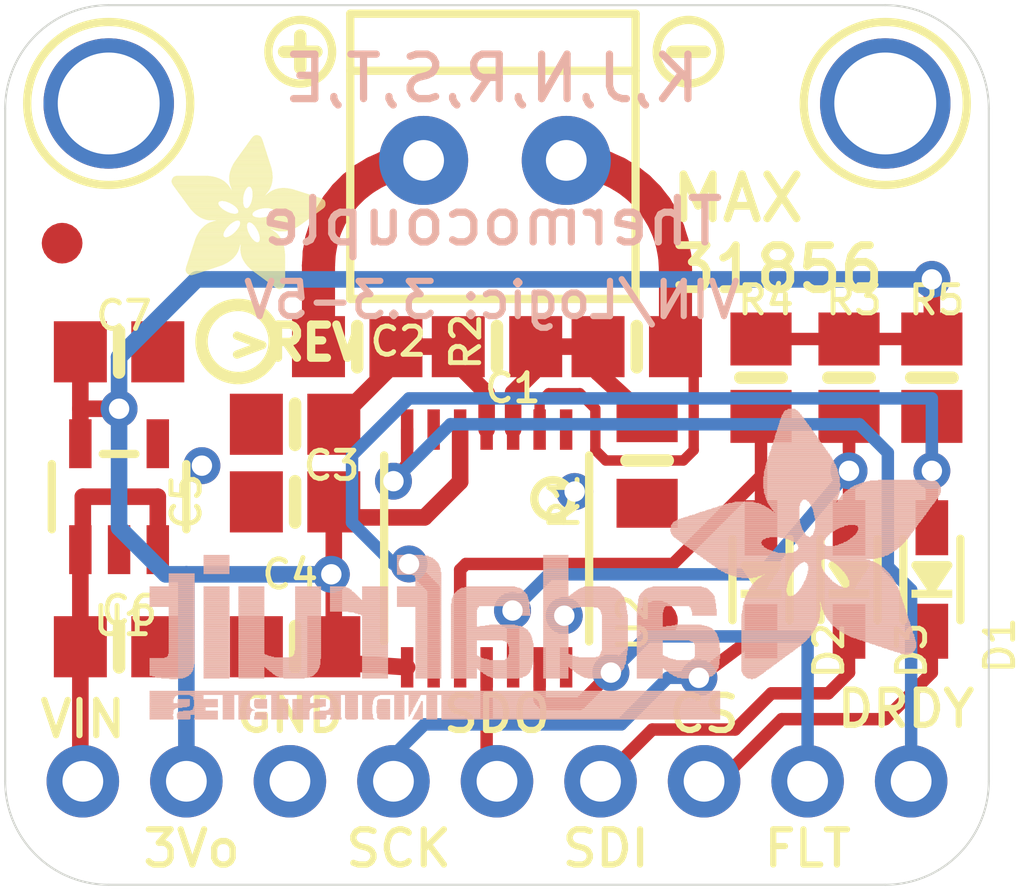
<source format=kicad_pcb>
(kicad_pcb (version 20211014) (generator pcbnew)
  (layers (0 "F.Cu" signal) (31 "B.Cu" signal) (34 "B.Paste" user) (35 "F.Paste" user) (36 "B.SilkS" user "B.Silkscreen") (37 "F.SilkS" user "F.Silkscreen") (38 "B.Mask" user) (39 "F.Mask" user) (44 "Edge.Cuts" user))
  (net 0 "")
  (net 1 "THERM+")
  (net 2 "THERM-")
  (net 3 "T-")
  (net 4 "T+")
  (net 5 "GND")
  (net 6 "3.3V")
  (net 7 "~{CS_3V}")
  (net 8 "SCK_3V")
  (net 9 "SDO_3V")
  (net 10 "DRDY")
  (net 11 "VIN")
  (net 12 "SCK")
  (net 13 "SDO")
  (net 14 "SDI")
  (net 15 "~{CS}")
  (net 16 "~{FAULT}")
  (footprint "Adafruit MAX31856:0805_10MGAP" (layer "F.Cu") (at 152.1841 105.3846 90)
    (fp_text reference "C1" (at 1.778 -2.54) (layer "F.SilkS") (effects (font (size 0.692831 0.692831) (thickness 0.119969)) (justify right)))
    (fp_text value "0.01uF")
    (pad "1" smd rect (at -1.05 0 90) (size 1.2 1.5) (layers "F.Cu" "F.Paste" "F.Mask") (net 5 "GND"))
    (pad "2" smd rect (at 1.05 0 90) (size 1.2 1.5) (layers "F.Cu" "F.Paste" "F.Mask") (net 3 "T-"))
  )
  (footprint "Adafruit MAX31856:SYMBOL_MINUS" (layer "F.Cu") (at 153.2001 95.3516)
    (fp_text reference "U$24" hide)
    (fp_text value "" hide)
  )
  (footprint "Adafruit MAX31856:TSSOP14" (layer "F.Cu") (at 148.2471 107.5436 180)
    (fp_text reference "U2" (at -3.5814 -2.5908 90) (layer "F.SilkS") (effects (font (size 0.692831 0.692831) (thickness 0.119969)) (justify left)))
    (fp_text value "MAX31856")
    (pad "1" smd rect (at -1.95 2.9178 180) (size 0.3048 0.9906) (layers "F.Cu" "F.Paste" "F.Mask") (net 5 "GND"))
    (pad "2" smd rect (at -1.3 2.9178 180) (size 0.3048 0.9906) (layers "F.Cu" "F.Paste" "F.Mask") (net 2 "THERM-"))
    (pad "3" smd rect (at -0.65 2.9178 180) (size 0.3048 0.9906) (layers "F.Cu" "F.Paste" "F.Mask") (net 3 "T-"))
    (pad "4" smd rect (at 0 2.9178 180) (size 0.3048 0.9906) (layers "F.Cu" "F.Paste" "F.Mask") (net 4 "T+"))
    (pad "5" smd rect (at 0.65 2.9178 180) (size 0.3048 0.9906) (layers "F.Cu" "F.Paste" "F.Mask") (net 6 "3.3V"))
    (pad "6" smd rect (at 1.3 2.9178 180) (size 0.3048 0.9906) (layers "F.Cu" "F.Paste" "F.Mask"))
    (pad "7" smd rect (at 1.95 2.9178 180) (size 0.3048 0.9906) (layers "F.Cu" "F.Paste" "F.Mask") (net 10 "DRDY"))
    (pad "8" smd rect (at 1.95 -2.9178 180) (size 0.3048 0.9906) (layers "F.Cu" "F.Paste" "F.Mask") (net 6 "3.3V"))
    (pad "9" smd rect (at 1.3 -2.9178 180) (size 0.3048 0.9906) (layers "F.Cu" "F.Paste" "F.Mask") (net 7 "~{CS_3V}"))
    (pad "10" smd rect (at 0.65 -2.9178 180) (size 0.3048 0.9906) (layers "F.Cu" "F.Paste" "F.Mask") (net 8 "SCK_3V"))
    (pad "11" smd rect (at 0 -2.9178 180) (size 0.3048 0.9906) (layers "F.Cu" "F.Paste" "F.Mask") (net 13 "SDO"))
    (pad "12" smd rect (at -0.65 -2.9178 180) (size 0.3048 0.9906) (layers "F.Cu" "F.Paste" "F.Mask") (net 9 "SDO_3V"))
    (pad "13" smd rect (at -1.3 -2.9178 180) (size 0.3048 0.9906) (layers "F.Cu" "F.Paste" "F.Mask") (net 16 "~{FAULT}"))
    (pad "14" smd rect (at -1.95 -2.9178 180) (size 0.3048 0.9906) (layers "F.Cu" "F.Paste" "F.Mask") (net 5 "GND"))
  )
  (footprint "Adafruit MAX31856:SOT23-5" (layer "F.Cu") (at 139.2301 106.2736)
    (fp_text reference "U1" (at -0.689 3.048) (layer "F.SilkS") (effects (font (size 0.692831 0.692831) (thickness 0.119969)) (justify left)))
    (fp_text value "mic5225-3.3")
    (pad "1" smd rect (at -0.95 1.3001) (size 0.55 1.2) (layers "F.Cu" "F.Paste" "F.Mask") (net 11 "VIN"))
    (pad "2" smd rect (at 0 1.3001) (size 0.55 1.2) (layers "F.Cu" "F.Paste" "F.Mask") (net 5 "GND"))
    (pad "3" smd rect (at 0.95 1.3001) (size 0.55 1.2) (layers "F.Cu" "F.Paste" "F.Mask") (net 11 "VIN"))
    (pad "4" smd rect (at 0.95 -1.3001) (size 0.55 1.2) (layers "F.Cu" "F.Paste" "F.Mask"))
    (pad "5" smd rect (at -0.95 -1.3001) (size 0.55 1.2) (layers "F.Cu" "F.Paste" "F.Mask") (net 6 "3.3V"))
  )
  (footprint "Adafruit MAX31856:1X09_ROUND_70" (layer "F.Cu") (at 148.5011 113.2586 180)
    (fp_text reference "JP1" hide)
    (fp_text value "")
    (pad "1" thru_hole circle (at -10.16 0 270) (size 1.778 1.778) (drill 1) (layers *.Cu *.Mask) (net 10 "DRDY"))
    (pad "2" thru_hole circle (at -7.62 0 270) (size 1.778 1.778) (drill 1) (layers *.Cu *.Mask) (net 16 "~{FAULT}"))
    (pad "3" thru_hole circle (at -5.08 0 270) (size 1.778 1.778) (drill 1) (layers *.Cu *.Mask) (net 15 "~{CS}"))
    (pad "4" thru_hole circle (at -2.54 0 270) (size 1.778 1.778) (drill 1) (layers *.Cu *.Mask) (net 14 "SDI"))
    (pad "5" thru_hole circle (at 0 0 270) (size 1.778 1.778) (drill 1) (layers *.Cu *.Mask) (net 13 "SDO"))
    (pad "6" thru_hole circle (at 2.54 0 270) (size 1.778 1.778) (drill 1) (layers *.Cu *.Mask) (net 12 "SCK"))
    (pad "7" thru_hole circle (at 5.08 0 270) (size 1.778 1.778) (drill 1) (layers *.Cu *.Mask) (net 5 "GND"))
    (pad "8" thru_hole circle (at 7.62 0 270) (size 1.778 1.778) (drill 1) (layers *.Cu *.Mask) (net 6 "3.3V"))
    (pad "9" thru_hole circle (at 10.16 0 270) (size 1.778 1.778) (drill 1) (layers *.Cu *.Mask) (net 11 "VIN"))
  )
  (footprint "Adafruit MAX31856:0805-NO" (layer "F.Cu") (at 143.5481 104.4956 180)
    (fp_text reference "C3" (at -1.651 -1.016) (layer "F.SilkS") (effects (font (size 0.692831 0.692831) (thickness 0.119969)) (justify right)))
    (fp_text value "0.01uF")
    (pad "1" smd rect (at -0.95 0 180) (size 1.3 1.5) (layers "F.Cu" "F.Paste" "F.Mask") (net 4 "T+"))
    (pad "2" smd rect (at 0.95 0 180) (size 1.3 1.5) (layers "F.Cu" "F.Paste" "F.Mask") (net 5 "GND"))
  )
  (footprint "Adafruit MAX31856:ADAFRUIT_3.5MM" (layer "F.Cu") (at 140.5001 101.1936)
    (fp_text reference "U$25" hide)
    (fp_text value "" hide)
  )
  (footprint "Adafruit MAX31856:0805-NO" (layer "F.Cu") (at 157.1371 103.3526 90)
    (fp_text reference "R3" (at 1.905 -0.635) (layer "F.SilkS") (effects (font (size 0.692831 0.692831) (thickness 0.119969)) (justify left)))
    (fp_text value "10K")
    (pad "1" smd rect (at -0.95 0 90) (size 1.3 1.5) (layers "F.Cu" "F.Paste" "F.Mask") (net 9 "SDO_3V"))
    (pad "2" smd rect (at 0.95 0 90) (size 1.3 1.5) (layers "F.Cu" "F.Paste" "F.Mask") (net 6 "3.3V"))
  )
  (footprint "Adafruit MAX31856:PCBFEAT-REV-040" (layer "F.Cu") (at 142.1511 102.4636)
    (fp_text reference "U$1" hide)
    (fp_text value "" hide)
    (fp_text user ">REV" (at -0.3556 0.508) (layer "F.SilkS") (effects (font (size 0.8128 0.8128) (thickness 0.2032)) (justify left bottom)))
  )
  (footprint "Adafruit MAX31856:SOD-323" (layer "F.Cu") (at 154.9781 108.3056 90)
    (fp_text reference "D2" (at -2.497 1.667 90) (layer "F.SilkS") (effects (font (size 0.692831 0.692831) (thickness 0.119969)) (justify left)))
    (fp_text value "1N4148")
    (pad "A" smd rect (at 1.27 0 90) (size 1.35 0.8) (layers "F.Cu" "F.Paste" "F.Mask") (net 8 "SCK_3V"))
    (pad "C" smd rect (at -1.27 0 90) (size 1.35 0.8) (layers "F.Cu" "F.Paste" "F.Mask") (net 12 "SCK"))
  )
  (footprint "Adafruit MAX31856:SOD-323" (layer "F.Cu") (at 159.1691 108.3056 90)
    (fp_text reference "D1" (at -2.37 1.667 90) (layer "F.SilkS") (effects (font (size 0.692831 0.692831) (thickness 0.119969)) (justify left)))
    (fp_text value "1N4148")
    (pad "A" smd rect (at 1.27 0 90) (size 1.35 0.8) (layers "F.Cu" "F.Paste" "F.Mask") (net 7 "~{CS_3V}"))
    (pad "C" smd rect (at -1.27 0 90) (size 1.35 0.8) (layers "F.Cu" "F.Paste" "F.Mask") (net 15 "~{CS}"))
  )
  (footprint "Adafruit MAX31856:0805-NO" (layer "F.Cu") (at 143.5481 106.4006 180)
    (fp_text reference "C5" (at 2.667 0.762 90) (layer "F.SilkS") (effects (font (size 0.692831 0.692831) (thickness 0.119969)) (justify right)))
    (fp_text value "0.1uF")
    (pad "1" smd rect (at -0.95 0 180) (size 1.3 1.5) (layers "F.Cu" "F.Paste" "F.Mask") (net 6 "3.3V"))
    (pad "2" smd rect (at 0.95 0 180) (size 1.3 1.5) (layers "F.Cu" "F.Paste" "F.Mask") (net 5 "GND"))
  )
  (footprint "Adafruit MAX31856:0805-NO" (layer "F.Cu") (at 148.5011 102.5906 180)
    (fp_text reference "C2" (at 3.175 0.127) (layer "F.SilkS") (effects (font (size 0.692831 0.692831) (thickness 0.119969)) (justify left)))
    (fp_text value "0.1uF")
    (pad "1" smd rect (at -0.95 0 180) (size 1.3 1.5) (layers "F.Cu" "F.Paste" "F.Mask") (net 3 "T-"))
    (pad "2" smd rect (at 0.95 0 180) (size 1.3 1.5) (layers "F.Cu" "F.Paste" "F.Mask") (net 4 "T+"))
  )
  (footprint "Adafruit MAX31856:0805-NO" (layer "F.Cu") (at 154.9781 103.3526 90)
    (fp_text reference "R4" (at 1.905 -0.635) (layer "F.SilkS") (effects (font (size 0.692831 0.692831) (thickness 0.119969)) (justify left)))
    (fp_text value "10K")
    (pad "1" smd rect (at -0.95 0 90) (size 1.3 1.5) (layers "F.Cu" "F.Paste" "F.Mask") (net 8 "SCK_3V"))
    (pad "2" smd rect (at 0.95 0 90) (size 1.3 1.5) (layers "F.Cu" "F.Paste" "F.Mask") (net 6 "3.3V"))
  )
  (footprint "Adafruit MAX31856:FIDUCIAL_1MM" (layer "F.Cu") (at 137.8331 100.0506)
    (fp_text reference "FID2" hide)
    (fp_text value "FIDUCIAL\"\"" hide)
    (pad "1" smd roundrect (at 0 0) (size 1 1) (layers "F.Cu" "F.Mask") (roundrect_rratio 0.5))
  )
  (footprint "Adafruit MAX31856:0805-NO" (layer "F.Cu") (at 159.1691 103.3526 90)
    (fp_text reference "R5" (at 1.905 -0.635) (layer "F.SilkS") (effects (font (size 0.692831 0.692831) (thickness 0.119969)) (justify left)))
    (fp_text value "10K")
    (pad "1" smd rect (at -0.95 0 90) (size 1.3 1.5) (layers "F.Cu" "F.Paste" "F.Mask") (net 7 "~{CS_3V}"))
    (pad "2" smd rect (at 0.95 0 90) (size 1.3 1.5) (layers "F.Cu" "F.Paste" "F.Mask") (net 6 "3.3V"))
  )
  (footprint "Adafruit MAX31856:TERMBLOCK_1X2-3.5MM" (layer "F.Cu") (at 148.5011 98.0186 180)
    (fp_text reference "X1" hide)
    (fp_text value "3.5mm term")
    (pad "1" thru_hole circle (at 1.8 0 180) (size 2.1844 2.1844) (drill 1) (layers *.Cu *.Mask) (net 1 "THERM+"))
    (pad "2" thru_hole circle (at -1.7 0 180) (size 2.1844 2.1844) (drill 1) (layers *.Cu *.Mask) (net 2 "THERM-"))
  )
  (footprint "Adafruit MAX31856:0805-NO" (layer "F.Cu") (at 143.5481 109.9566 180)
    (fp_text reference "C4" (at -0.635 1.778) (layer "F.SilkS") (effects (font (size 0.692831 0.692831) (thickness 0.119969)) (justify right)))
    (fp_text value "0.1uF")
    (pad "1" smd rect (at -0.95 0 180) (size 1.3 1.5) (layers "F.Cu" "F.Paste" "F.Mask") (net 6 "3.3V"))
    (pad "2" smd rect (at 0.95 0 180) (size 1.3 1.5) (layers "F.Cu" "F.Paste" "F.Mask") (net 5 "GND"))
  )
  (footprint "Adafruit MAX31856:0805-NO" (layer "F.Cu") (at 145.0721 102.5906)
    (fp_text reference "R2" (at 2.667 0.635 90) (layer "F.SilkS") (effects (font (size 0.692831 0.692831) (thickness 0.119969)) (justify left)))
    (fp_text value "100")
    (pad "1" smd rect (at -0.95 0) (size 1.3 1.5) (layers "F.Cu" "F.Paste" "F.Mask") (net 1 "THERM+"))
    (pad "2" smd rect (at 0.95 0) (size 1.3 1.5) (layers "F.Cu" "F.Paste" "F.Mask") (net 4 "T+"))
  )
  (footprint "Adafruit MAX31856:SOD-323" (layer "F.Cu") (at 157.1371 108.3056 90)
    (fp_text reference "D3" (at -2.497 1.54 90) (layer "F.SilkS") (effects (font (size 0.692831 0.692831) (thickness 0.119969)) (justify left)))
    (fp_text value "1N4148")
    (pad "A" smd rect (at 1.27 0 90) (size 1.35 0.8) (layers "F.Cu" "F.Paste" "F.Mask") (net 9 "SDO_3V"))
    (pad "C" smd rect (at -1.27 0 90) (size 1.35 0.8) (layers "F.Cu" "F.Paste" "F.Mask") (net 14 "SDI"))
  )
  (footprint "Adafruit MAX31856:SYMBOL_PLUS" (layer "F.Cu") (at 143.6751 95.3516)
    (fp_text reference "U$23" hide)
    (fp_text value "" hide)
  )
  (footprint "Adafruit MAX31856:0805-NO" (layer "F.Cu") (at 139.2301 102.7176)
    (fp_text reference "C7" (at -0.635 -0.889) (layer "F.SilkS") (effects (font (size 0.692831 0.692831) (thickness 0.119969)) (justify left)))
    (fp_text value "10uF")
    (pad "1" smd rect (at -0.95 0) (size 1.3 1.5) (layers "F.Cu" "F.Paste" "F.Mask") (net 6 "3.3V"))
    (pad "2" smd rect (at 0.95 0) (size 1.3 1.5) (layers "F.Cu" "F.Paste" "F.Mask") (net 5 "GND"))
  )
  (footprint "Adafruit MAX31856:FIDUCIAL_1MM" (layer "F.Cu") (at 152.4381 109.3216)
    (fp_text reference "FID1" hide)
    (fp_text value "FIDUCIAL\"\"" hide)
    (pad "1" smd roundrect (at 0 0) (size 1 1) (layers "F.Cu" "F.Mask") (roundrect_rratio 0.5))
  )
  (footprint "Adafruit MAX31856:0805-NO" (layer "F.Cu") (at 151.9301 102.5906 180)
    (fp_text reference "R1" (at 1.778 -3.048 90) (layer "F.SilkS") (effects (font (size 0.692831 0.692831) (thickness 0.119969)) (justify right)))
    (fp_text value "100")
    (pad "1" smd rect (at -0.95 0 180) (size 1.3 1.5) (layers "F.Cu" "F.Paste" "F.Mask") (net 2 "THERM-"))
    (pad "2" smd rect (at 0.95 0 180) (size 1.3 1.5) (layers "F.Cu" "F.Paste" "F.Mask") (net 3 "T-"))
  )
  (footprint "Adafruit MAX31856:0805-NO" (layer "F.Cu") (at 139.2301 109.9566)
    (fp_text reference "C6" (at -0.508 -0.889) (layer "F.SilkS") (effects (font (size 0.692831 0.692831) (thickness 0.119969)) (justify left)))
    (fp_text value "10uF")
    (pad "1" smd rect (at -0.95 0) (size 1.3 1.5) (layers "F.Cu" "F.Paste" "F.Mask") (net 11 "VIN"))
    (pad "2" smd rect (at 0.95 0) (size 1.3 1.5) (layers "F.Cu" "F.Paste" "F.Mask") (net 5 "GND"))
  )
  (footprint "Adafruit MAX31856:MOUNTINGHOLE_2.5_PLATED" (layer "F.Cu") (at 158.0261 96.6216)
    (fp_text reference "U$14" hide)
    (fp_text value "MOUNTINGHOLE2.5" hide)
    (pad "P$1" thru_hole circle (at 0 0) (size 3.2 3.2) (drill 2.5) (layers *.Cu *.Mask))
  )
  (footprint "Adafruit MAX31856:MOUNTINGHOLE_2.5_PLATED" (layer "F.Cu") (at 138.9761 96.6216)
    (fp_text reference "U$13" hide)
    (fp_text value "MOUNTINGHOLE2.5" hide)
    (pad "P$1" thru_hole circle (at 0 0) (size 3.2 3.2) (drill 2.5) (layers *.Cu *.Mask))
  )
  (footprint "Adafruit MAX31856:ADAFRUIT_TEXT_20MM" (layer "B.Cu") (at 159.5501 111.7346 180)
    (fp_text reference "U$26" hide)
    (fp_text value "" hide)
  )
  (gr_line (start 136.4361 113.2586) (end 136.4361 96.7486) (layer "Edge.Cuts") (width 0.05))
  (gr_arc (start 158.0261 94.2086) (mid 159.822151 94.952549) (end 160.5661 96.7486) (layer "Edge.Cuts") (width 0.05))
  (gr_arc (start 138.9761 115.7986) (mid 137.180049 115.054651) (end 136.4361 113.2586) (layer "Edge.Cuts") (width 0.05))
  (gr_line (start 160.5661 96.7486) (end 160.5661 113.2586) (layer "Edge.Cuts") (width 0.05))
  (gr_arc (start 160.5661 113.2586) (mid 159.822151 115.054651) (end 158.0261 115.7986) (layer "Edge.Cuts") (width 0.05))
  (gr_line (start 138.9761 94.2086) (end 158.0261 94.2086) (layer "Edge.Cuts") (width 0.05))
  (gr_arc (start 136.4361 96.7486) (mid 137.180049 94.952549) (end 138.9761 94.2086) (layer "Edge.Cuts") (width 0.05))
  (gr_line (start 158.0261 115.7986) (end 138.9761 115.7986) (layer "Edge.Cuts") (width 0.05))
  (gr_text "VIN/Logic: 3.3-5V" (at 148.3741 101.4476) (layer "B.SilkS") (effects (font (size 0.8636 0.8636) (thickness 0.1524)) (justify mirror)))
  (gr_text "K,J,N,R,S,T,E\n\nThermocouple" (at 148.3741 97.7646) (layer "B.SilkS") (effects (font (size 1.0922 1.0922) (thickness 0.1778)) (justify mirror)))
  (gr_text "MAX\n31856" (at 152.6921 101.3206) (layer "F.SilkS") (effects (font (size 1.0795 1.0795) (thickness 0.1905)) (justify left bottom)))
  (gr_text "FLT" (at 156.1211 114.9096) (layer "F.SilkS") (effects (font (size 0.8636 0.8636) (thickness 0.1524))))
  (gr_text "GND" (at 143.4211 111.6076) (layer "F.SilkS") (effects (font (size 0.8636 0.8636) (thickness 0.1524))))
  (gr_text "SDO" (at 148.5011 111.6076) (layer "F.SilkS") (effects (font (size 0.8636 0.8636) (thickness 0.1524))))
  (gr_text "CS" (at 153.5811 111.6076) (layer "F.SilkS") (effects (font (size 0.8636 0.8636) (thickness 0.1524))))
  (gr_text "SDI" (at 151.1681 114.9096) (layer "F.SilkS") (effects (font (size 0.8636 0.8636) (thickness 0.1524))))
  (gr_text "SCK" (at 146.0881 114.9096) (layer "F.SilkS") (effects (font (size 0.8636 0.8636) (thickness 0.1524))))
  (gr_text "DRDY" (at 158.5341 111.4806) (layer "F.SilkS") (effects (font (size 0.8636 0.8636) (thickness 0.1524))))
  (gr_text "3Vo" (at 141.0081 114.9096) (layer "F.SilkS") (effects (font (size 0.8636 0.8636) (thickness 0.1524))))
  (gr_text "VIN" (at 138.3411 111.7346) (layer "F.SilkS") (effects (font (size 0.8636 0.8636) (thickness 0.1524))))
  (segment (start 144.1221 100.5976) (end 144.1221 100.5976) (width 0.8128) (layer "F.Cu") (net 1))
  (segment (start 145.236061 98.475125) (end 145.502579 98.314009) (width 0.8128) (layer "F.Cu") (net 1))
  (segment (start 144.417509 99.399079) (end 144.578625 99.132561) (width 0.8128) (layer "F.Cu") (net 1))
  (segment (start 144.140904 100.286736) (end 144.197041 99.980405) (width 0.8128) (layer "F.Cu") (net 1))
  (segment (start 145.502579 98.314009) (end 145.786574 98.186193) (width 0.8128) (layer "F.Cu") (net 1))
  (segment (start 146.083905 98.093541) (end 146.390236 98.037404) (width 0.8128) (layer "F.Cu") (net 1))
  (segment (start 144.1221 100.5976) (end 144.140904 100.286736) (width 0.8128) (layer "F.Cu") (net 1))
  (segment (start 144.289693 99.683074) (end 144.417509 99.399079) (width 0.8128) (layer "F.Cu") (net 1))
  (segment (start 144.197041 99.980405) (end 144.289693 99.683074) (width 0.8128) (layer "F.Cu") (net 1))
  (segment (start 144.1221 102.5906) (end 144.1221 100.5976) (width 0.8128) (layer "F.Cu") (net 1))
  (segment (start 146.390236 98.037404) (end 146.7011 98.0186) (width 0.8128) (layer "F.Cu") (net 1))
  (segment (start 144.770691 98.887407) (end 144.990907 98.667191) (width 0.8128) (layer "F.Cu") (net 1))
  (segment (start 144.990907 98.667191) (end 145.236061 98.475125) (width 0.8128) (layer "F.Cu") (net 1))
  (segment (start 145.786574 98.186193) (end 146.083905 98.093541) (width 0.8128) (layer "F.Cu") (net 1))
  (segment (start 144.578625 99.132561) (end 144.770691 98.887407) (width 0.8128) (layer "F.Cu") (net 1))
  (segment (start 149.5471 103.9576) (end 149.7711 103.7336) (width 0.254) (layer "F.Cu") (net 2))
  (segment (start 152.860567 100.374682) (end 152.802253 100.056473) (width 0.8128) (layer "F.Cu") (net 2))
  (segment (start 152.573237 99.452607) (end 152.405874 99.175755) (width 0.8128) (layer "F.Cu") (net 2))
  (segment (start 150.9141 105.1306) (end 151.1681 105.3846) (width 0.254) (layer "F.Cu") (net 2))
  (segment (start 152.706009 99.747614) (end 152.573237 99.452607) (width 0.8128) (layer "F.Cu") (net 2))
  (segment (start 153.0731 105.3846) (end 153.3271 105.1306) (width 0.254) (layer "F.Cu") (net 2))
  (segment (start 152.20636 98.921094) (end 151.977606 98.69234) (width 0.8128) (layer "F.Cu") (net 2))
  (segment (start 151.977606 98.69234) (end 151.722945 98.492826) (width 0.8128) (layer "F.Cu") (net 2))
  (segment (start 150.524018 98.038133) (end 150.2011 98.0186) (width 0.8128) (layer "F.Cu") (net 2))
  (segment (start 152.405874 99.175755) (end 152.20636 98.921094) (width 0.8128) (layer "F.Cu") (net 2))
  (segment (start 150.9141 104.1146) (end 150.9141 105.1306) (width 0.254) (layer "F.Cu") (net 2))
  (segment (start 150.5331 103.7336) (end 150.9141 104.1146) (width 0.254) (layer "F.Cu") (net 2))
  (segment (start 149.7711 103.7336) (end 150.5331 103.7336) (width 0.254) (layer "F.Cu") (net 2))
  (segment (start 151.722945 98.492826) (end 151.446093 98.325463) (width 0.8128) (layer "F.Cu") (net 2))
  (segment (start 153.3271 105.1306) (end 153.3271 103.0376) (width 0.254) (layer "F.Cu") (net 2))
  (segment (start 152.8801 100.6976) (end 152.860567 100.374682) (width 0.8128) (layer "F.Cu") (net 2))
  (segment (start 152.8801 100.6976) (end 152.8801 100.6976) (width 0.8128) (layer "F.Cu") (net 2))
  (segment (start 150.842227 98.096447) (end 150.524018 98.038133) (width 0.8128) (layer "F.Cu") (net 2))
  (segment (start 152.802253 100.056473) (end 152.706009 99.747614) (width 0.8128) (layer "F.Cu") (net 2))
  (segment (start 153.3271 103.0376) (end 152.8801 102.5906) (width 0.254) (layer "F.Cu") (net 2))
  (segment (start 152.8801 102.5906) (end 152.8801 100.6976) (width 0.8128) (layer "F.Cu") (net 2))
  (segment (start 149.5471 104.6258) (end 149.5471 103.9576) (width 0.254) (layer "F.Cu") (net 2))
  (segment (start 151.1681 105.3846) (end 153.0731 105.3846) (width 0.254) (layer "F.Cu") (net 2))
  (segment (start 151.446093 98.325463) (end 151.151086 98.192691) (width 0.8128) (layer "F.Cu") (net 2))
  (segment (start 151.151086 98.192691) (end 150.842227 98.096447) (width 0.8128) (layer "F.Cu") (net 2))
  (segment (start 149.3901 103.2256) (end 149.3901 102.7786) (width 0.4064) (layer "F.Cu") (net 3))
  (segment (start 149.4511 102.5906) (end 150.9801 102.5906) (width 0.4064) (layer "F.Cu") (net 3))
  (segment (start 149.3901 102.7786) (end 149.4511 102.5906) (width 0.4064) (layer "F.Cu") (net 3))
  (segment (start 148.8971 103.7186) (end 149.3901 103.2256) (width 0.4064) (layer "F.Cu") (net 3))
  (segment (start 150.9801 103.2306) (end 152.1841 104.3346) (width 0.4064) (layer "F.Cu") (net 3))
  (segment (start 148.8971 104.6258) (end 148.8971 103.7186) (width 0.4064) (layer "F.Cu") (net 3))
  (segment (start 150.9801 102.5906) (end 150.9801 103.2306) (width 0.4064) (layer "F.Cu") (net 3))
  (segment (start 146.0221 102.5906) (end 146.0221 102.9716) (width 0.4064) (layer "F.Cu") (net 4))
  (segment (start 148.2471 103.7336) (end 147.5511 103.0376) (width 0.4064) (layer "F.Cu") (net 4))
  (segment (start 147.5511 103.0376) (end 147.5511 102.5906) (width 0.4064) (layer "F.Cu") (net 4))
  (segment (start 147.5511 102.5906) (end 146.0221 102.5906) (width 0.4064) (layer "F.Cu") (net 4))
  (segment (start 146.0221 102.9716) (end 144.4981 104.4956) (width 0.4064) (layer "F.Cu") (net 4))
  (segment (start 148.2471 104.6258) (end 148.2471 103.7336) (width 0.4064) (layer "F.Cu") (net 4))
  (via (at 141.2621 105.5116) (size 0.9064) (drill 0.5) (layers "F.Cu" "B.Cu") (net 5))
  (via (at 150.1521 109.1946) (size 0.9064) (drill 0.5) (layers "F.Cu" "B.Cu") (net 5))
  (via (at 150.4061 106.1466) (size 0.9064) (drill 0.5) (layers "F.Cu" "B.Cu") (net 5))
  (segment (start 144.4981 108.1786) (end 144.4981 109.9566) (width 0.4064) (layer "F.Cu") (net 6))
  (segment (start 157.1371 102.4026) (end 159.1691 102.4026) (width 0.3048) (layer "F.Cu") (net 6))
  (segment (start 144.4981 106.4006) (end 144.8791 106.7816) (width 0.4064) (layer "F.Cu") (net 6))
  (segment (start 147.5971 105.9076) (end 147.5971 104.6258) (width 0.4064) (layer "F.Cu") (net 6))
  (segment (start 138.2801 104.9735) (end 138.2801 104.1146) (width 0.4064) (layer "F.Cu") (net 6))
  (segment (start 144.4981 106.4006) (end 144.4981 108.1786) (width 0.4064) (layer "F.Cu") (net 6))
  (segment (start 146.7231 106.7816) (end 147.5971 105.9076) (width 0.4064) (layer "F.Cu") (net 6))
  (segment (start 154.9781 102.4026) (end 157.1371 102.4026) (width 0.3048) (layer "F.Cu") (net 6))
  (segment (start 159.1691 102.4026) (end 159.1691 100.9396) (width 0.4064) (layer "F.Cu") (net 6))
  (segment (start 138.2801 104.1146) (end 138.2801 102.7176) (width 0.4064) (layer "F.Cu") (net 6))
  (segment (start 144.8791 106.7816) (end 146.7231 106.7816) (width 0.4064) (layer "F.Cu") (net 6))
  (segment (start 138.2801 104.1146) (end 139.2301 104.1146) (width 0.4064) (layer "F.Cu") (net 6))
  (segment (start 146.2971 110.4614) (end 144.4981 110.3344) (width 0.4064) (layer "F.Cu") (net 6))
  (segment (start 144.4981 110.3344) (end 144.4981 109.9566) (width 0.4064) (layer "F.Cu") (net 6))
  (segment (start 144.4371 108.1786) (end 144.4981 108.1786) (width 0.4064) (layer "F.Cu") (net 6))
  (via (at 144.4371 108.1786) (size 0.9064) (drill 0.5) (layers "F.Cu" "B.Cu") (net 6))
  (via (at 159.1691 100.9396) (size 0.9064) (drill 0.5) (layers "F.Cu" "B.Cu") (net 6))
  (via (at 139.2301 104.1146) (size 0.9064) (drill 0.5) (layers "F.Cu" "B.Cu") (net 6))
  (segment (start 140.8811 113.2586) (end 140.8811 108.1786) (width 0.4064) (layer "B.Cu") (net 6))
  (segment (start 139.2301 104.1146) (end 139.2301 107.0356) (width 0.4064) (layer "B.Cu") (net 6))
  (segment (start 139.2301 107.0356) (end 140.3731 108.1786) (width 0.4064) (layer "B.Cu") (net 6))
  (segment (start 159.1691 100.9396) (end 141.1351 100.9396) (width 0.4064) (layer "B.Cu") (net 6))
  (segment (start 140.3731 108.1786) (end 140.8811 108.1786) (width 0.4064) (layer "B.Cu") (net 6))
  (segment (start 139.2301 102.8446) (end 139.2301 104.1146) (width 0.4064) (layer "B.Cu") (net 6))
  (segment (start 141.1351 100.9396) (end 139.2301 102.8446) (width 0.4064) (layer "B.Cu") (net 6))
  (segment (start 140.8811 108.1786) (end 144.4371 108.1786) (width 0.4064) (layer "B.Cu") (net 6))
  (segment (start 146.9471 110.4614) (end 146.9471 108.5296) (width 0.3048) (layer "F.Cu") (net 7))
  (segment (start 159.1691 104.3026) (end 159.1691 105.6386) (width 0.3048) (layer "F.Cu") (net 7))
  (segment (start 146.9471 108.5296) (end 146.3421 107.9246) (width 0.3048) (layer "F.Cu") (net 7))
  (segment (start 159.1691 105.6386) (end 159.1691 107.0356) (width 0.3048) (layer "F.Cu") (net 7))
  (via (at 159.1691 105.6386) (size 0.9064) (drill 0.5) (layers "F.Cu" "B.Cu") (net 7))
  (via (at 146.3421 107.9246) (size 0.9064) (drill 0.5) (layers "F.Cu" "B.Cu") (net 7))
  (segment (start 159.1691 103.8606) (end 159.1691 105.6386) (width 0.3048) (layer "B.Cu") (net 7))
  (segment (start 146.3421 103.8606) (end 159.1691 103.8606) (width 0.3048) (layer "B.Cu") (net 7))
  (segment (start 145.9611 107.9246) (end 144.9451 106.9086) (width 0.3048) (layer "B.Cu") (net 7))
  (segment (start 144.9451 105.2576) (end 146.3421 103.8606) (width 0.3048) (layer "B.Cu") (net 7))
  (segment (start 144.9451 106.9086) (end 144.9451 105.2576) (width 0.3048) (layer "B.Cu") (net 7))
  (segment (start 146.3421 107.9246) (end 145.9611 107.9246) (width 0.3048) (layer "B.Cu") (net 7))
  (segment (start 147.7391 107.9246) (end 147.5971 108.0666) (width 0.3048) (layer "F.Cu") (net 8))
  (segment (start 147.5971 108.0666) (end 147.5971 110.4614) (width 0.3048) (layer "F.Cu") (net 8))
  (segment (start 152.8191 107.9246) (end 147.7391 107.9246) (width 0.3048) (layer "F.Cu") (net 8))
  (segment (start 154.9781 105.7656) (end 152.8191 107.9246) (width 0.3048) (layer "F.Cu") (net 8))
  (segment (start 154.9781 105.7656) (end 154.9781 104.3026) (width 0.3048) (layer "F.Cu") (net 8))
  (segment (start 154.9781 107.0356) (end 154.9781 105.7656) (width 0.3048) (layer "F.Cu") (net 8))
  (segment (start 157.1371 104.3026) (end 157.1371 105.6386) (width 0.3048) (layer "F.Cu") (net 9))
  (segment (start 148.8971 109.0826) (end 148.8821 109.0676) (width 0.3048) (layer "F.Cu") (net 9))
  (segment (start 157.1371 105.6386) (end 157.1371 107.0356) (width 0.3048) (layer "F.Cu") (net 9))
  (segment (start 157.1371 104.3026) (end 157.1371 105.1306) (width 0.3048) (layer "F.Cu") (net 9))
  (segment (start 148.8971 110.4614) (end 148.8971 109.0826) (width 0.3048) (layer "F.Cu") (net 9))
  (via (at 157.1371 105.6386) (size 0.9064) (drill 0.5) (layers "F.Cu" "B.Cu") (net 9))
  (via (at 148.8821 109.0676) (size 0.9064) (drill 0.5) (layers "F.Cu" "B.Cu") (net 9))
  (segment (start 148.8821 109.0676) (end 149.7711 108.1786) (width 0.3048) (layer "B.Cu") (net 9))
  (segment (start 154.9781 108.1786) (end 157.1371 105.6386) (width 0.3048) (layer "B.Cu") (net 9))
  (segment (start 149.7711 108.1786) (end 154.9781 108.1786) (width 0.3048) (layer "B.Cu") (net 9))
  (segment (start 146.2971 105.4666) (end 146.2971 104.6258) (width 0.3048) (layer "F.Cu") (net 10))
  (segment (start 145.9611 105.8926) (end 146.2971 105.4666) (width 0.3048) (layer "F.Cu") (net 10))
  (via (at 145.9611 105.8926) (size 0.9064) (drill 0.5) (layers "F.Cu" "B.Cu") (net 10))
  (segment (start 158.6611 108.5596) (end 158.0896 107.9881) (width 0.3048) (layer "B.Cu") (net 10))
  (segment (start 147.3581 104.4956) (end 157.3911 104.4956) (width 0.3048) (layer "B.Cu") (net 10))
  (segment (start 158.0896 105.1941) (end 158.0896 107.9881) (width 0.3048) (layer "B.Cu") (net 10))
  (segment (start 157.3911 104.4956) (end 158.0896 105.1941) (width 0.3048) (layer "B.Cu") (net 10))
  (segment (start 158.6611 113.2586) (end 158.6611 108.5596) (width 0.3048) (layer "B.Cu") (net 10))
  (segment (start 147.3581 104.4956) (end 145.9611 105.8926) (width 0.3048) (layer "B.Cu") (net 10))
  (segment (start 140.1801 107.5737) (end 140.1801 106.2736) (width 0.4064) (layer "F.Cu") (net 11))
  (segment (start 138.3411 106.2736) (end 138.3411 107.5737) (width 0.4064) (layer "F.Cu") (net 11))
  (segment (start 140.1801 106.2736) (end 138.3411 106.2736) (width 0.4064) (layer "F.Cu") (net 11))
  (segment (start 138.3411 113.2586) (end 138.2801 113.1976) (width 0.4064) (layer "F.Cu") (net 11))
  (segment (start 138.3411 107.5737) (end 138.2801 107.5737) (width 0.4064) (layer "F.Cu") (net 11))
  (segment (start 138.2801 113.1976) (end 138.2801 109.9566) (width 0.4064) (layer "F.Cu") (net 11))
  (segment (start 138.2801 109.9566) (end 138.2801 107.5737) (width 0.4064) (layer "F.Cu") (net 11))
  (segment (start 154.9781 109.5756) (end 153.4541 110.7186) (width 0.3048) (layer "F.Cu") (net 12))
  (via (at 153.4541 110.7186) (size 0.9064) (drill 0.5) (layers "F.Cu" "B.Cu") (net 12))
  (segment (start 146.7231 111.8616) (end 145.9611 112.6236) (width 0.3048) (layer "B.Cu") (net 12))
  (segment (start 145.9611 112.6236) (end 145.9611 113.2586) (width 0.3048) (layer "B.Cu") (net 12))
  (segment (start 151.2951 111.8616) (end 146.7231 111.8616) (width 0.3048) (layer "B.Cu") (net 12))
  (segment (start 151.5491 111.8616) (end 151.2951 111.8616) (width 0.3048) (layer "B.Cu") (net 12))
  (segment (start 153.4541 110.7186) (end 152.6921 110.7186) (width 0.3048) (layer "B.Cu") (net 12))
  (segment (start 152.6921 110.7186) (end 151.5491 111.8616) (width 0.3048) (layer "B.Cu") (net 12))
  (segment (start 148.2471 113.0046) (end 148.5011 113.2586) (width 0.3048) (layer "F.Cu") (net 13))
  (segment (start 148.2471 110.4614) (end 148.2471 113.0046) (width 0.3048) (layer "F.Cu") (net 13))
  (segment (start 152.3111 111.9886) (end 151.0411 113.2586) (width 0.3048) (layer "F.Cu") (net 14))
  (segment (start 156.6291 111.0996) (end 155.2321 111.0996) (width 0.3048) (layer "F.Cu") (net 14))
  (segment (start 157.1371 109.5756) (end 157.1371 110.5916) (width 0.3048) (layer "F.Cu") (net 14))
  (segment (start 155.2321 111.0996) (end 154.3431 111.9886) (width 0.3048) (layer "F.Cu") (net 14))
  (segment (start 154.3431 111.9886) (end 152.3111 111.9886) (width 0.3048) (layer "F.Cu") (net 14))
  (segment (start 157.1371 110.5916) (end 156.6291 111.0996) (width 0.3048) (layer "F.Cu") (net 14))
  (segment (start 159.1691 109.5756) (end 159.1691 110.5916) (width 0.3048) (layer "F.Cu") (net 15))
  (segment (start 158.0261 111.7346) (end 155.4861 111.7346) (width 0.3048) (layer "F.Cu") (net 15))
  (segment (start 159.1691 110.5916) (end 158.0261 111.7346) (width 0.3048) (layer "F.Cu") (net 15))
  (segment (start 153.9621 113.2586) (end 153.5811 113.2586) (width 0.3048) (layer "F.Cu") (net 15))
  (segment (start 155.4861 111.7346) (end 153.9621 113.2586) (width 0.3048) (layer "F.Cu") (net 15))
  (segment (start 149.5471 111.2566) (end 149.6441 111.3536) (width 0.3048) (layer "F.Cu") (net 16))
  (segment (start 149.6441 111.3536) (end 150.5331 111.3536) (width 0.3048) (layer "F.Cu") (net 16))
  (segment (start 149.5471 110.4614) (end 149.5471 111.2566) (width 0.3048) (layer "F.Cu") (net 16))
  (segment (start 150.5331 111.3536) (end 151.2951 110.5916) (width 0.3048) (layer "F.Cu") (net 16))
  (segment (start 150.9141 110.9726) (end 151.2951 110.5916) (width 0.3048) (layer "F.Cu") (net 16))
  (via (at 151.2951 110.5916) (size 0.9064) (drill 0.5) (layers "F.Cu" "B.Cu") (net 16))
  (segment (start 151.2951 110.5916) (end 152.1841 109.7026) (width 0.3048) (layer "B.Cu") (net 16))
  (segment (start 152.1841 109.7026) (end 156.1211 109.7026) (width 0.3048) (layer "B.Cu") (net 16))
  (segment (start 156.1211 109.7026) (end 156.1211 113.2586) (width 0.3048) (layer "B.Cu") (net 16))
)
</source>
